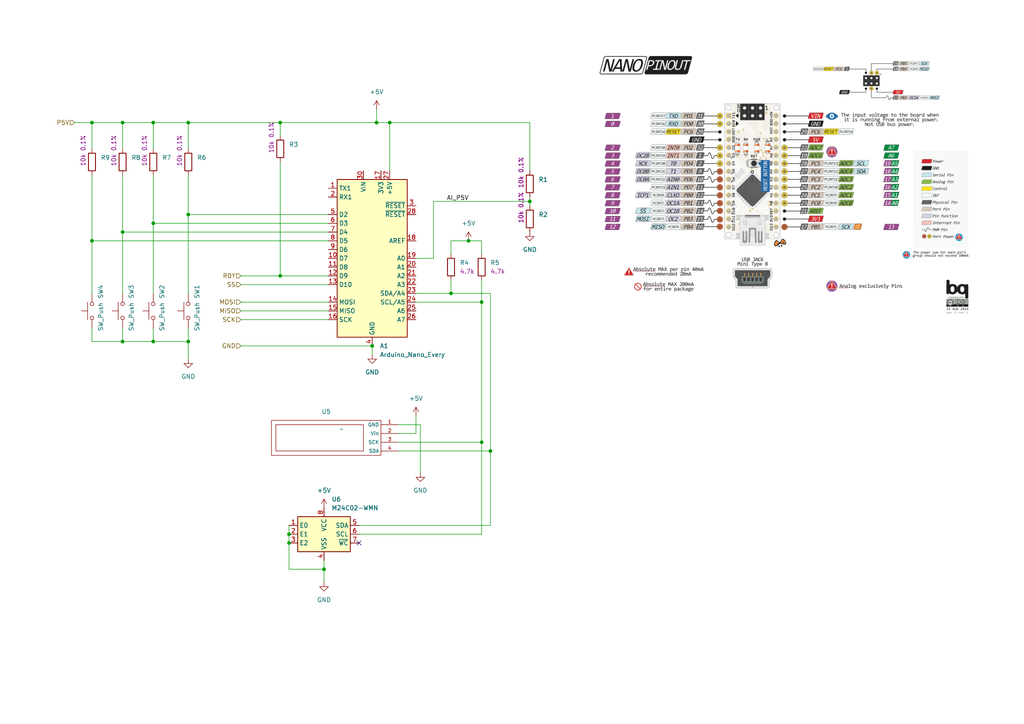
<source format=kicad_sch>
(kicad_sch (version 20230121) (generator eeschema)
  (paper "A4")
  (lib_symbols
    (symbol "Boards:0.91inchOled_32x128"
      (property "Reference" "U" (at -5.08 3.81 0))
      (symbol "0.91inchOled_32x128_0_1"
        (rectangle (start -25.4 2.54) (end 6.35 -7.62))
      )
      (symbol "0.91inchOled_32x128_1_0"
        (pin power_in line (at 11.43 1.27 180) (length 5.08) (name "GND") (number "1"))
        (pin power_in line (at 11.43 -1.27 180) (length 5.08) (name "Vin") (number "2"))
        (pin input line (at 11.43 -3.81 180) (length 5.08) (name "SCK") (number "3"))
        (pin bidirectional line (at 11.43 -6.35 180) (length 5.08) (name "SDA") (number "4"))
      )
      (symbol "0.91inchOled_32x128_1_1"
        (rectangle (start -24.13 1.27) (end 1.27 -6.35))
      )
    )
    (symbol "Boards:Arduino_Nano_Every"
      (property "Reference" "A" (at -10.16 23.495 0))
      (property "Value" "Arduino_Nano_Every" (at 5.08 -24.13 0))
      (symbol "Arduino_Nano_Every_0_1"
        (rectangle (start -10.16 22.86) (end 10.16 -22.86) (stroke (width 0.254)) (fill (type background)))
      )
      (symbol "Arduino_Nano_Every_1_1"
        (pin bidirectional line (at -12.7 20.32 0) (length 2.54) (name "TX1") (number "1"))
        (pin bidirectional line (at -12.7 0 0) (length 2.54) (name "D7") (number "10"))
        (pin bidirectional line (at -12.7 -2.54 0) (length 2.54) (name "D8") (number "11"))
        (pin bidirectional line (at -12.7 -5.08 0) (length 2.54) (name "D9") (number "12"))
        (pin bidirectional line (at -12.7 -7.62 0) (length 2.54) (name "D10") (number "13"))
        (pin bidirectional line (at -12.7 -12.7 0) (length 2.54) (name "MOSI") (number "14"))
        (pin bidirectional line (at -12.7 -15.24 0) (length 2.54) (name "MISO") (number "15"))
        (pin bidirectional line (at -12.7 -17.78 0) (length 2.54) (name "SCK") (number "16"))
        (pin power_out line (at 2.54 25.4 270) (length 2.54) (name "3V3") (number "17"))
        (pin input line (at 12.7 5.08 180) (length 2.54) (name "AREF") (number "18"))
        (pin bidirectional line (at 12.7 0 180) (length 2.54) (name "A0") (number "19"))
        (pin bidirectional line (at -12.7 17.78 0) (length 2.54) (name "RX1") (number "2"))
        (pin bidirectional line (at 12.7 -2.54 180) (length 2.54) (name "A1") (number "20"))
        (pin bidirectional line (at 12.7 -5.08 180) (length 2.54) (name "A2") (number "21"))
        (pin bidirectional line (at 12.7 -7.62 180) (length 2.54) (name "A3") (number "22"))
        (pin bidirectional line (at 12.7 -10.16 180) (length 2.54) (name "SDA/A4") (number "23"))
        (pin bidirectional line (at 12.7 -12.7 180) (length 2.54) (name "SCL/A5") (number "24"))
        (pin bidirectional line (at 12.7 -15.24 180) (length 2.54) (name "A6") (number "25"))
        (pin bidirectional line (at 12.7 -17.78 180) (length 2.54) (name "A7") (number "26"))
        (pin power_out line (at 5.08 25.4 270) (length 2.54) (name "+5V") (number "27"))
        (pin input line (at 12.7 12.7 180) (length 2.54) (name "~{RESET}") (number "28"))
        (pin passive line (at 0 -25.4 90) (length 2.54) hide (name "GND") (number "29"))
        (pin input line (at 12.7 15.24 180) (length 2.54) (name "~{RESET}") (number "3"))
        (pin power_in line (at -2.54 25.4 270) (length 2.54) (name "VIN") (number "30"))
        (pin power_in line (at 0 -25.4 90) (length 2.54) (name "GND") (number "4"))
        (pin bidirectional line (at -12.7 12.7 0) (length 2.54) (name "D2") (number "5"))
        (pin bidirectional line (at -12.7 10.16 0) (length 2.54) (name "D3") (number "6"))
        (pin bidirectional line (at -12.7 7.62 0) (length 2.54) (name "D4") (number "7"))
        (pin bidirectional line (at -12.7 5.08 0) (length 2.54) (name "D5") (number "8"))
        (pin bidirectional line (at -12.7 2.54 0) (length 2.54) (name "D6") (number "9"))
      )
    )
    (symbol "Memory_EEPROM:M24C02-WMN"
      (property "Reference" "U" (at -6.35 6.35 0))
      (property "Value" "M24C02-WMN" (at 7.62 6.35 0))
      (symbol "M24C02-WMN_0_1"
        (rectangle (start -7.62 5.08) (end 7.62 -5.08) (stroke (width 0.254)) (fill (type background)))
      )
      (symbol "M24C02-WMN_1_1"
        (pin input line (at -10.16 2.54 0) (length 2.54) (name "E0") (number "1"))
        (pin input line (at -10.16 0 0) (length 2.54) (name "E1") (number "2"))
        (pin input line (at -10.16 -2.54 0) (length 2.54) (name "E2") (number "3"))
        (pin power_in line (at 0 -7.62 90) (length 2.54) (name "VSS") (number "4"))
        (pin bidirectional line (at 10.16 2.54 180) (length 2.54) (name "SDA") (number "5"))
        (pin input line (at 10.16 0 180) (length 2.54) (name "SCL") (number "6"))
        (pin input line (at 10.16 -2.54 180) (length 2.54) (name "~{WC}") (number "7"))
        (pin power_in line (at 0 7.62 270) (length 2.54) (name "VCC") (number "8"))
      )
    )
    (symbol "PCM_4ms_Power-symbol:+5V" (power) (pin_names (offset 0))
      (property "Value" "+5V" (at 0 3.556 0))
      (symbol "+5V_0_1"
        (polyline (pts (xy -0.762 1.27) (xy 0 2.54)))
        (polyline (pts (xy 0 0) (xy 0 2.54)))
        (polyline (pts (xy 0 2.54) (xy 0.762 1.27)))
      )
      (symbol "+5V_1_1"
        (pin power_in line (at 0 0 90) (length 0) hide (name "+5V") (number "1"))
      )
    )
    (symbol "PCM_4ms_Power-symbol:GND" (power) (pin_names (offset 0))
      (property "Value" "GND" (at 0 -3.81 0))
      (symbol "GND_0_1"
        (polyline (pts (xy 0 0) (xy 0 -1.27) (xy 1.27 -1.27) (xy 0 -2.54) (xy -1.27 -1.27) (xy 0 -1.27)))
      )
      (symbol "GND_1_1"
        (pin power_in line (at 0 0 270) (length 0) hide (name "GND") (number "1"))
      )
    )
    (symbol "PCM_4ms_Resistor:10k_0603_0.1%" (pin_numbers hide) (pin_names (offset 0))
      (property "Reference" "R" (at 2.032 0 90))
      (property "Display" "10k 0.1%" (at 3.81 -4.445 90))
      (symbol "10k_0603_0.1%_0_1"
        (rectangle (start -1.016 -2.54) (end 1.016 2.54) (stroke (width 0.254)))
      )
      (symbol "10k_0603_0.1%_1_1"
        (pin passive line (at 0 3.81 270) (length 1.27) (name "~") (number "1"))
        (pin passive line (at 0 -3.81 90) (length 1.27) (name "~") (number "2"))
      )
    )
    (symbol "PCM_4ms_Resistor:4.7k_0603" (pin_numbers hide) (pin_names (offset 0))
      (property "Reference" "R" (at 2.032 0 90))
      (property "Display" "4.7k" (at 3.81 0 90))
      (symbol "4.7k_0603_0_1"
        (rectangle (start -1.016 -2.54) (end 1.016 2.54) (stroke (width 0.254)))
      )
      (symbol "4.7k_0603_1_1"
        (pin passive line (at 0 3.81 270) (length 1.27) (name "~") (number "1"))
        (pin passive line (at 0 -3.81 90) (length 1.27) (name "~") (number "2"))
      )
    )
    (symbol "Switch:SW_Push" (pin_numbers hide) (pin_names (offset 1.016) hide)
      (property "Reference" "SW" (at 1.27 2.54 0))
      (property "Value" "SW_Push" (at 0 -1.524 0))
      (symbol "SW_Push_0_1"
        (circle (center -2.032 0) (radius 0.508))
        (polyline (pts (xy 0 1.27) (xy 0 3.048)))
        (polyline (pts (xy 2.54 1.27) (xy -2.54 1.27)))
        (circle (center 2.032 0) (radius 0.508))
        (pin passive line (at -5.08 0 0) (length 2.54) (name "1") (number "1"))
        (pin passive line (at 5.08 0 180) (length 2.54) (name "2") (number "2"))
      )
    )
  )
  (junction (at 139.7 87.63))
  (junction (at 44.45 35.56))
  (junction (at 107.95 100.33))
  (junction (at 54.61 99.06))
  (junction (at 93.98 165.1))
  (junction (at 130.81 85.09))
  (junction (at 44.45 99.06))
  (junction (at 54.61 62.23))
  (junction (at 44.45 64.77))
  (junction (at 26.67 69.85))
  (junction (at 26.67 35.56))
  (junction (at 35.56 67.31))
  (junction (at 83.82 157.48))
  (junction (at 135.89 69.85))
  (junction (at 81.28 80.01))
  (junction (at 109.22 35.56))
  (junction (at 113.03 35.56))
  (junction (at 142.24 130.81))
  (junction (at 54.61 35.56))
  (junction (at 83.82 154.94))
  (junction (at 35.56 99.06))
  (junction (at 81.28 35.56))
  (junction (at 35.56 35.56))
  (junction (at 139.7 128.27))
  (junction (at 153.67 58.42))
  (no_connect (at 104.14 157.48))
  (wire (pts (xy 83.82 157.48) (xy 83.82 154.94)))
  (wire (pts (xy 115.57 125.73) (xy 120.65 125.73)))
  (wire (pts (xy 139.7 81.28) (xy 139.7 87.63)))
  (wire (pts (xy 44.45 35.56) (xy 54.61 35.56)))
  (wire (pts (xy 139.7 154.94) (xy 139.7 128.27)))
  (wire (pts (xy 26.67 35.56) (xy 35.56 35.56)))
  (wire (pts (xy 26.67 95.25) (xy 26.67 99.06)))
  (wire (pts (xy 26.67 35.56) (xy 26.67 43.18)))
  (wire (pts (xy 109.22 31.75) (xy 109.22 35.56)))
  (wire (pts (xy 130.81 73.66) (xy 130.81 69.85)))
  (wire (pts (xy 107.95 100.33) (xy 107.95 102.87)))
  (wire (pts (xy 107.95 100.33) (xy 69.85 100.33)))
  (wire (pts (xy 54.61 50.8) (xy 54.61 62.23)))
  (wire (pts (xy 44.45 95.25) (xy 44.45 99.06)))
  (wire (pts (xy 130.81 85.09) (xy 120.65 85.09)))
  (wire (pts (xy 69.85 92.71) (xy 95.25 92.71)))
  (wire (pts (xy 121.92 123.19) (xy 121.92 137.16)))
  (wire (pts (xy 109.22 35.56) (xy 113.03 35.56)))
  (wire (pts (xy 81.28 35.56) (xy 109.22 35.56)))
  (wire (pts (xy 44.45 50.8) (xy 44.45 64.77)))
  (wire (pts (xy 69.85 87.63) (xy 95.25 87.63)))
  (wire (pts (xy 93.98 165.1) (xy 83.82 165.1)))
  (wire (pts (xy 83.82 154.94) (xy 83.82 152.4)))
  (wire (pts (xy 81.28 35.56) (xy 81.28 39.37)))
  (wire (pts (xy 115.57 123.19) (xy 121.92 123.19)))
  (wire (pts (xy 44.45 43.18) (xy 44.45 35.56)))
  (wire (pts (xy 54.61 95.25) (xy 54.61 99.06)))
  (wire (pts (xy 153.67 35.56) (xy 153.67 49.53)))
  (wire (pts (xy 153.67 58.42) (xy 153.67 59.69)))
  (wire (pts (xy 26.67 69.85) (xy 26.67 85.09)))
  (wire (pts (xy 69.85 82.55) (xy 95.25 82.55)))
  (wire (pts (xy 104.14 152.4) (xy 142.24 152.4)))
  (wire (pts (xy 142.24 85.09) (xy 130.81 85.09)))
  (wire (pts (xy 69.85 90.17) (xy 95.25 90.17)))
  (wire (pts (xy 93.98 168.91) (xy 93.98 165.1)))
  (wire (pts (xy 115.57 128.27) (xy 139.7 128.27)))
  (wire (pts (xy 130.81 81.28) (xy 130.81 85.09)))
  (wire (pts (xy 54.61 35.56) (xy 81.28 35.56)))
  (wire (pts (xy 54.61 35.56) (xy 54.61 43.18)))
  (wire (pts (xy 81.28 46.99) (xy 81.28 80.01)))
  (wire (pts (xy 26.67 50.8) (xy 26.67 69.85)))
  (wire (pts (xy 93.98 165.1) (xy 93.98 162.56)))
  (wire (pts (xy 54.61 62.23) (xy 54.61 85.09)))
  (wire (pts (xy 120.65 125.73) (xy 120.65 120.65)))
  (wire (pts (xy 35.56 67.31) (xy 95.25 67.31)))
  (wire (pts (xy 35.56 67.31) (xy 35.56 85.09)))
  (wire (pts (xy 142.24 152.4) (xy 142.24 130.81)))
  (wire (pts (xy 35.56 50.8) (xy 35.56 67.31)))
  (wire (pts (xy 54.61 62.23) (xy 95.25 62.23)))
  (wire (pts (xy 142.24 130.81) (xy 142.24 85.09)))
  (wire (pts (xy 104.14 154.94) (xy 139.7 154.94)))
  (wire (pts (xy 125.73 58.42) (xy 153.67 58.42)))
  (wire (pts (xy 120.65 74.93) (xy 125.73 74.93)))
  (wire (pts (xy 44.45 64.77) (xy 95.25 64.77)))
  (wire (pts (xy 113.03 35.56) (xy 113.03 49.53)))
  (wire (pts (xy 35.56 35.56) (xy 35.56 43.18)))
  (wire (pts (xy 135.89 69.85) (xy 139.7 69.85)))
  (wire (pts (xy 35.56 95.25) (xy 35.56 99.06)))
  (wire (pts (xy 115.57 130.81) (xy 142.24 130.81)))
  (wire (pts (xy 26.67 99.06) (xy 35.56 99.06)))
  (wire (pts (xy 139.7 87.63) (xy 120.65 87.63)))
  (wire (pts (xy 139.7 69.85) (xy 139.7 73.66)))
  (wire (pts (xy 81.28 80.01) (xy 95.25 80.01)))
  (wire (pts (xy 125.73 74.93) (xy 125.73 58.42)))
  (wire (pts (xy 21.59 35.56) (xy 26.67 35.56)))
  (wire (pts (xy 153.67 58.42) (xy 153.67 57.15)))
  (wire (pts (xy 54.61 99.06) (xy 54.61 104.14)))
  (wire (pts (xy 35.56 35.56) (xy 44.45 35.56)))
  (wire (pts (xy 69.85 80.01) (xy 81.28 80.01)))
  (wire (pts (xy 44.45 99.06) (xy 54.61 99.06)))
  (wire (pts (xy 26.67 69.85) (xy 95.25 69.85)))
  (wire (pts (xy 113.03 35.56) (xy 153.67 35.56)))
  (wire (pts (xy 44.45 64.77) (xy 44.45 85.09)))
  (wire (pts (xy 83.82 165.1) (xy 83.82 157.48)))
  (wire (pts (xy 35.56 99.06) (xy 44.45 99.06)))
  (wire (pts (xy 139.7 128.27) (xy 139.7 87.63)))
  (wire (pts (xy 130.81 69.85) (xy 135.89 69.85)))
  (image (at 227.33 53.34) (scale 0.741512))
  (label "AI_P5V" (at 129.54 58.42 0))
  (hierarchical_label "RDY" (shape input) (at 69.85 80.01 180))
  (hierarchical_label "MISO" (shape input) (at 69.85 90.17 180))
  (hierarchical_label "MOSI" (shape input) (at 69.85 87.63 180))
  (hierarchical_label "SS" (shape input) (at 69.85 82.55 180))
  (hierarchical_label "P5V" (shape input) (at 21.59 35.56 180))
  (hierarchical_label "SCK" (shape input) (at 69.85 92.71 180))
  (hierarchical_label "GND" (shape input) (at 69.85 100.33 180))
  (symbol (lib_id "PCM_4ms_Resistor:10k_0603_0.1%") (at 153.67 53.34 0) (unit 1)
    (property "Reference" "R1" (at 156.21 52.07 0) (effects (justify left)))
    (property "Value" "10k_0603_0.1%" (effects hide))
    (property "Footprint" "PCM_4ms_Resistor:R_0603" (effects hide))
    (property "Display" "10k 0.1%" (at 151.13 54.61 90) (effects (justify left)))
    (property "Specifications" "10k, 0.1%, 1/16W, 0603, 25ppm" (effects hide))
    (property "Manufacturer" "Panasonic" (effects hide))
    (property "Part Number" "ERJ-PB3B1002V" (effects hide))
    (property "Manufacturer 2" "Yageo" (effects hide))
    (property "Part Number 2" "RT0603BRD1010KL" (effects hide))
  )
  (symbol (lib_id "PCM_4ms_Power-symbol:GND") (at 107.95 102.87 0) (unit 1)
    (property "Reference" "#PWR011" (effects hide))
    (property "Value" "GND" (at 107.95 107.95 0))
  )
  (symbol (lib_id "Boards:Arduino_Nano_Every") (at 107.95 74.93 0) (unit 1)
    (property "Reference" "A1" (at 110.1441 100.33 0) (effects (justify left)))
    (property "Value" "Arduino_Nano_Every" (at 110.1441 102.87 0) (effects (justify left)))
    (property "Footprint" "Boards:Arduino_Nano" (effects hide))
    (property "Datasheet" "https://content.arduino.cc/assets/NANOEveryV3.0_sch.pdf" (effects hide))
  )
  (symbol (lib_id "PCM_4ms_Power-symbol:+5V") (at 93.98 147.32 0) (unit 1)
    (property "Reference" "#PWR017" (effects hide))
    (property "Value" "+5V" (at 93.98 142.24 0))
  )
  (symbol (lib_id "PCM_4ms_Resistor:10k_0603_0.1%") (at 44.45 46.99 0) (unit 1)
    (property "Reference" "R7" (at 46.99 45.72 0) (effects (justify left)))
    (property "Value" "10k_0603_0.1%" (effects hide))
    (property "Footprint" "PCM_4ms_Resistor:R_0603" (effects hide))
    (property "Display" "10k 0.1%" (at 41.91 48.26 90) (effects (justify left)))
    (property "Specifications" "10k, 0.1%, 1/16W, 0603, 25ppm" (effects hide))
    (property "Manufacturer" "Panasonic" (effects hide))
    (property "Part Number" "ERJ-PB3B1002V" (effects hide))
    (property "Manufacturer 2" "Yageo" (effects hide))
    (property "Part Number 2" "RT0603BRD1010KL" (effects hide))
  )
  (symbol (lib_id "PCM_4ms_Power-symbol:+5V") (at 120.65 120.65 0) (unit 1)
    (property "Reference" "#PWR015" (effects hide))
    (property "Value" "+5V" (at 120.65 115.57 0))
  )
  (symbol (lib_id "PCM_4ms_Power-symbol:+5V") (at 135.89 69.85 0) (unit 1)
    (property "Reference" "#PWR018" (effects hide))
    (property "Value" "+5V" (at 135.89 64.77 0))
  )
  (symbol (lib_id "PCM_4ms_Power-symbol:GND") (at 121.92 137.16 0) (unit 1)
    (property "Reference" "#PWR013" (effects hide))
    (property "Value" "GND" (at 121.92 142.24 0))
  )
  (symbol (lib_id "PCM_4ms_Resistor:10k_0603_0.1%") (at 81.28 43.18 0) (unit 1)
    (property "Reference" "R3" (at 83.82 41.91 0) (effects (justify left)))
    (property "Value" "10k_0603_0.1%" (effects hide))
    (property "Footprint" "PCM_4ms_Resistor:R_0603" (effects hide))
    (property "Display" "10k 0.1%" (at 78.74 44.45 90) (effects (justify left)))
    (property "Specifications" "10k, 0.1%, 1/16W, 0603, 25ppm" (effects hide))
    (property "Manufacturer" "Panasonic" (effects hide))
    (property "Part Number" "ERJ-PB3B1002V" (effects hide))
    (property "Manufacturer 2" "Yageo" (effects hide))
    (property "Part Number 2" "RT0603BRD1010KL" (effects hide))
  )
  (symbol (lib_id "PCM_4ms_Power-symbol:GND") (at 153.67 67.31 0) (unit 1)
    (property "Reference" "#PWR012" (effects hide))
    (property "Value" "GND" (at 153.67 72.39 0))
  )
  (symbol (lib_id "Switch:SW_Push") (at 44.45 90.17 90) (unit 1)
    (property "Reference" "SW2" (at 46.99 82.55 0) (effects (justify right)))
    (property "Value" "SW_Push" (at 46.99 87.63 0) (effects (justify right)))
    (property "Footprint" "Button_Switch_THT:SW_PUSH_6mm_H4.3mm" (effects hide))
  )
  (symbol (lib_id "PCM_4ms_Power-symbol:+5V") (at 109.22 31.75 0) (unit 1)
    (property "Reference" "#PWR014" (effects hide))
    (property "Value" "+5V" (at 109.22 26.67 0))
  )
  (symbol (lib_id "PCM_4ms_Resistor:4.7k_0603") (at 139.7 77.47 0) (unit 1)
    (property "Reference" "R5" (at 142.24 76.2 0) (effects (justify left)))
    (property "Value" "4.7k_0603" (effects hide))
    (property "Footprint" "PCM_4ms_Resistor:R_0603" (effects hide))
    (property "Specifications" "4k7, 1%, 1/10W, 0603" (effects hide))
    (property "Manufacturer" "Yageo" (effects hide))
    (property "Part Number" "RC0603FR-074K7L" (effects hide))
    (property "Display" "4.7k" (at 142.24 78.74 0) (effects (justify left)))
    (property "JLCPCB ID" "C23162" (effects hide))
  )
  (symbol (lib_id "Memory_EEPROM:M24C02-WMN") (at 93.98 154.94 0) (unit 1)
    (property "Reference" "U6" (at 96.1741 144.78 0) (effects (justify left)))
    (property "Value" "M24C02-WMN" (at 96.1741 147.32 0) (effects (justify left)))
    (property "Footprint" "Package_SO:SOIC-8_3.9x4.9mm_P1.27mm" (effects hide))
    (property "Datasheet" "http://www.st.com/content/ccc/resource/technical/document/datasheet/b0/d8/50/40/5a/85/49/6f/DM00071904.pdf/files/DM00071904.pdf/jcr:content/translations/en.DM00071904.pdf" (effects hide))
  )
  (symbol (lib_id "Switch:SW_Push") (at 26.67 90.17 90) (unit 1)
    (property "Reference" "SW4" (at 29.21 82.55 0) (effects (justify right)))
    (property "Value" "SW_Push" (at 29.21 87.63 0) (effects (justify right)))
    (property "Footprint" "Button_Switch_THT:SW_PUSH_6mm_H4.3mm" (effects hide))
  )
  (symbol (lib_id "PCM_4ms_Resistor:10k_0603_0.1%") (at 153.67 63.5 0) (unit 1)
    (property "Reference" "R2" (at 156.21 62.23 0) (effects (justify left)))
    (property "Value" "10k_0603_0.1%" (effects hide))
    (property "Footprint" "PCM_4ms_Resistor:R_0603" (effects hide))
    (property "Display" "10k 0.1%" (at 151.13 64.77 90) (effects (justify left)))
    (property "Specifications" "10k, 0.1%, 1/16W, 0603, 25ppm" (effects hide))
    (property "Manufacturer" "Panasonic" (effects hide))
    (property "Part Number" "ERJ-PB3B1002V" (effects hide))
    (property "Manufacturer 2" "Yageo" (effects hide))
    (property "Part Number 2" "RT0603BRD1010KL" (effects hide))
  )
  (symbol (lib_id "PCM_4ms_Resistor:4.7k_0603") (at 130.81 77.47 0) (unit 1)
    (property "Reference" "R4" (at 133.35 76.2 0) (effects (justify left)))
    (property "Value" "4.7k_0603" (effects hide))
    (property "Footprint" "PCM_4ms_Resistor:R_0603" (effects hide))
    (property "Specifications" "4k7, 1%, 1/10W, 0603" (effects hide))
    (property "Manufacturer" "Yageo" (effects hide))
    (property "Part Number" "RC0603FR-074K7L" (effects hide))
    (property "Display" "4.7k" (at 133.35 78.74 0) (effects (justify left)))
    (property "JLCPCB ID" "C23162" (effects hide))
  )
  (symbol (lib_id "Boards:0.91inchOled_32x128") (at 104.14 124.46 0) (unit 1)
    (property "Reference" "U5" (at 94.615 119.38 0))
    (property "Value" "~" (at 99.06 124.46 0))
    (property "Footprint" "Boards:SSD1306-0.91-OLED-4pin-128x32" (effects hide))
  )
  (symbol (lib_id "Switch:SW_Push") (at 54.61 90.17 90) (unit 1)
    (property "Reference" "SW1" (at 57.15 82.55 0) (effects (justify right)))
    (property "Value" "SW_Push" (at 57.15 87.63 0) (effects (justify right)))
    (property "Footprint" "Button_Switch_THT:SW_PUSH_6mm_H4.3mm" (effects hide))
  )
  (symbol (lib_id "PCM_4ms_Power-symbol:GND") (at 54.61 104.14 0) (unit 1)
    (property "Reference" "#PWR019" (effects hide))
    (property "Value" "GND" (at 54.61 109.22 0))
  )
  (symbol (lib_id "PCM_4ms_Resistor:10k_0603_0.1%") (at 26.67 46.99 0) (unit 1)
    (property "Reference" "R9" (at 29.21 45.72 0) (effects (justify left)))
    (property "Value" "10k_0603_0.1%" (effects hide))
    (property "Footprint" "PCM_4ms_Resistor:R_0603" (effects hide))
    (property "Display" "10k 0.1%" (at 24.13 48.26 90) (effects (justify left)))
    (property "Specifications" "10k, 0.1%, 1/16W, 0603, 25ppm" (effects hide))
    (property "Manufacturer" "Panasonic" (effects hide))
    (property "Part Number" "ERJ-PB3B1002V" (effects hide))
    (property "Manufacturer 2" "Yageo" (effects hide))
    (property "Part Number 2" "RT0603BRD1010KL" (effects hide))
  )
  (symbol (lib_id "Switch:SW_Push") (at 35.56 90.17 90) (unit 1)
    (property "Reference" "SW3" (at 38.1 82.55 0) (effects (justify right)))
    (property "Value" "SW_Push" (at 38.1 87.63 0) (effects (justify right)))
    (property "Footprint" "Button_Switch_THT:SW_PUSH_6mm_H4.3mm" (effects hide))
  )
  (symbol (lib_id "PCM_4ms_Resistor:10k_0603_0.1%") (at 54.61 46.99 0) (unit 1)
    (property "Reference" "R6" (at 57.15 45.72 0) (effects (justify left)))
    (property "Value" "10k_0603_0.1%" (effects hide))
    (property "Footprint" "PCM_4ms_Resistor:R_0603" (effects hide))
    (property "Display" "10k 0.1%" (at 52.07 48.26 90) (effects (justify left)))
    (property "Specifications" "10k, 0.1%, 1/16W, 0603, 25ppm" (effects hide))
    (property "Manufacturer" "Panasonic" (effects hide))
    (property "Part Number" "ERJ-PB3B1002V" (effects hide))
    (property "Manufacturer 2" "Yageo" (effects hide))
    (property "Part Number 2" "RT0603BRD1010KL" (effects hide))
  )
  (symbol (lib_id "PCM_4ms_Resistor:10k_0603_0.1%") (at 35.56 46.99 0) (unit 1)
    (property "Reference" "R8" (at 38.1 45.72 0) (effects (justify left)))
    (property "Value" "10k_0603_0.1%" (effects hide))
    (property "Footprint" "PCM_4ms_Resistor:R_0603" (effects hide))
    (property "Display" "10k 0.1%" (at 33.02 48.26 90) (effects (justify left)))
    (property "Specifications" "10k, 0.1%, 1/16W, 0603, 25ppm" (effects hide))
    (property "Manufacturer" "Panasonic" (effects hide))
    (property "Part Number" "ERJ-PB3B1002V" (effects hide))
    (property "Manufacturer 2" "Yageo" (effects hide))
    (property "Part Number 2" "RT0603BRD1010KL" (effects hide))
  )
  (symbol (lib_id "PCM_4ms_Power-symbol:GND") (at 93.98 168.91 0) (unit 1)
    (property "Reference" "#PWR016" (effects hide))
    (property "Value" "GND" (at 93.98 173.99 0))
  )
)
</source>
